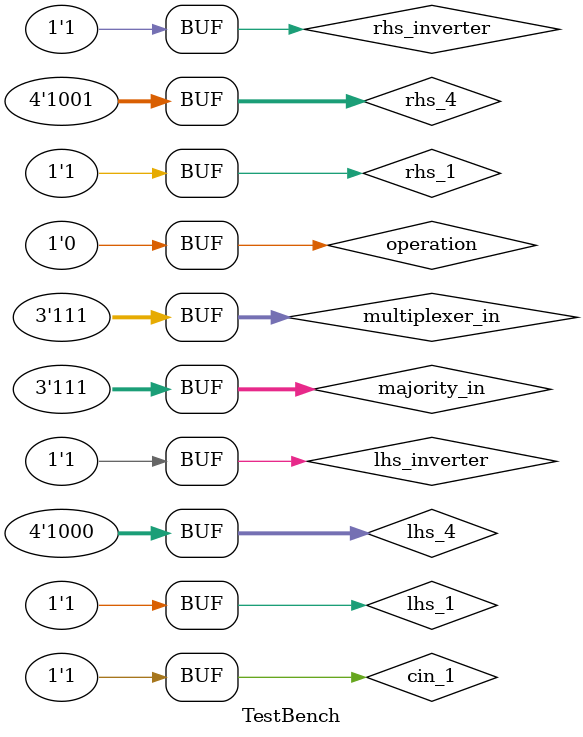
<source format=v>
`include "four_bit_adder.v"
`include "inverter.v"
`include "majority.v"
`include "multiplexer.v"
`include "one_bit_full_adder.v"


module TestBench;

  reg [3:0] lhs_4;
  reg [3:0] rhs_4;
  reg operation;
  reg lhs_1;
  reg rhs_1;
  reg cin_1;
  reg lhs_inverter;
  reg rhs_inverter;
  reg [2:0] majority_in;
  reg [2:0] multiplexer_in;


  wire [3:0] sum_4;
  wire cout_4;
  wire cout_1;
  wire sum_1;
  wire overflow;
  wire inverter_out;
  wire majority_out;
  wire multiplexer_out;


  FourBitAdder fourBitAdder(
    .lhs(lhs_4),
    .rhs(rhs_4),
    .operation(operation),
    .sum(sum_4),
    .cout(cout_4),
    .overflow(overflow)
  );


  Inverter inverter(
    .lhs(lhs_inverter),
    .rhs(rhs_inverter),
    .out(inverter_out)
  );


  Majority majority(
    .a(majority_in[0]),
    .b(majority_in[1]),
    .c(majority_in[2]),
    .sum(majority_out)
  );


  Multiplexer multiplexer(
    .a(multiplexer_in[0]),
    .b(multiplexer_in[1]),
    .c(multiplexer_in[2]),
    .out(multiplexer_out)
  );


  OneBitFullAdder oneBitFullAdder(
    .lhs(lhs_1),
    .rhs(rhs_1),
    .cin(cin_1),
    .sum(sum_1),
    .cout(cout_1)
  );


  initial begin
    $monitor("lhs = %d; rhs = %d; op = %d; sum = %d; carry = %d; overflow = %d", lhs_4, rhs_4, operation, sum_4, cout_4, overflow);
    $display("4 bit adder/subtractor");
    
    #20; lhs_4 = 5; rhs_4 = 5; operation = 0;
    #20; lhs_4 = 5; rhs_4 = 5; operation = 1;
    #20; lhs_4 = 1; rhs_4 = 4; operation = 0;
    #20; lhs_4 = 8; rhs_4 = 9; operation = 0;


    $monitor("lhs = %d; rhs = %d; out = %d", lhs_inverter, rhs_inverter, inverter_out);
    $display("Inverter");
    
    #20; lhs_inverter = 0; rhs_inverter = 0;
    #20; lhs_inverter = 0; rhs_inverter = 1;
    #20; lhs_inverter = 1; rhs_inverter = 0;
    #20; lhs_inverter = 1; rhs_inverter = 1;


    $monitor("a = %d; b = %d; c = %d; majority = %d", majority_in[0], majority_in[1], majority_in[2], majority_out);
    $display("Majority");

    #20; majority_in = 0;
    #20; majority_in = 1;
    #20; majority_in = 2;
    #20; majority_in = 3;
    #20; majority_in = 4;
    #20; majority_in = 5;
    #20; majority_in = 6;
    #20; majority_in = 7;


    $monitor("a = %d; b = %d; c = %d; passthrough = %d", multiplexer_in[0], multiplexer_in[1], multiplexer_in[2], multiplexer_out);
    $display("Multiplexer");

    #20; multiplexer_in = 0;
    #20; multiplexer_in = 1;
    #20; multiplexer_in = 2;
    #20; multiplexer_in = 3;
    #20; multiplexer_in = 4;
    #20; multiplexer_in = 5;
    #20; multiplexer_in = 6;
    #20; multiplexer_in = 7;


    $monitor("lhs = %d; rhs = %d; cin = %d; sum = %d; cout = %d", lhs_1, rhs_1, cin_1, sum_1, cout_1);
    $display("One bit full adder");

    #20; lhs_1 = 0; rhs_1 = 0; cin_1 = 0;
    #20; lhs_1 = 0; rhs_1 = 0; cin_1 = 1;
    #20; lhs_1 = 0; rhs_1 = 1; cin_1 = 0;
    #20; lhs_1 = 0; rhs_1 = 1; cin_1 = 1;
    #20; lhs_1 = 1; rhs_1 = 0; cin_1 = 0;
    #20; lhs_1 = 1; rhs_1 = 0; cin_1 = 1;
    #20; lhs_1 = 1; rhs_1 = 1; cin_1 = 0;
    #20; lhs_1 = 1; rhs_1 = 1; cin_1 = 1;
  end

endmodule // TestBench
</source>
